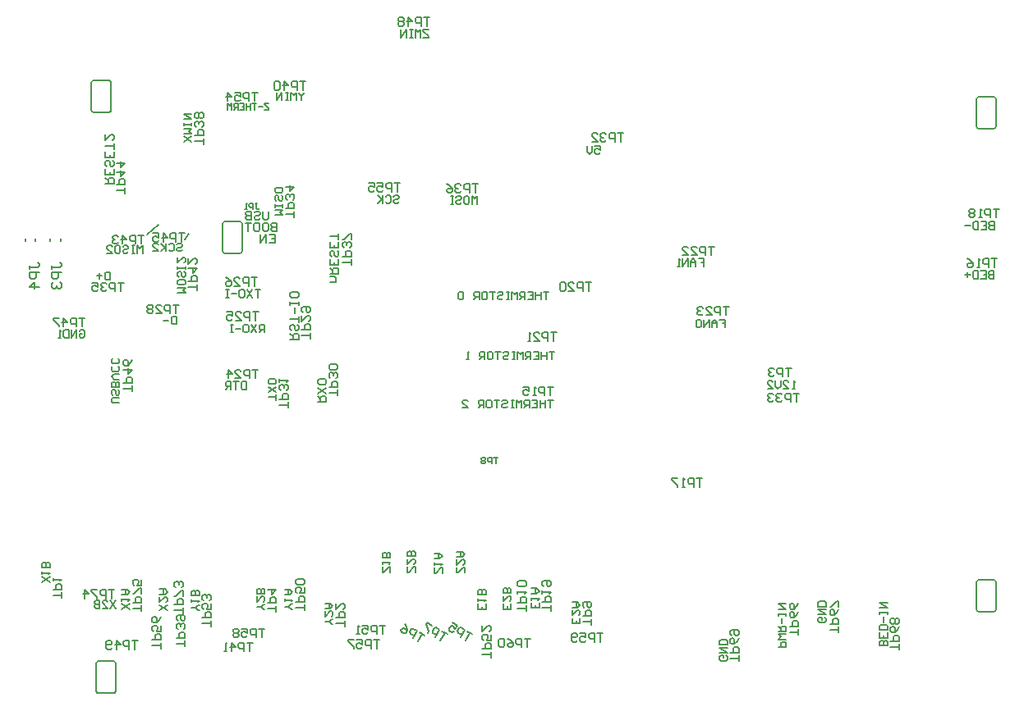
<source format=gbo>
G04 Layer_Color=32896*
%FSLAX25Y25*%
%MOIN*%
G70*
G01*
G75*
%ADD11C,0.00800*%
%ADD75C,0.00600*%
%ADD91C,0.00700*%
%ADD160C,0.00500*%
%ADD166C,0.00787*%
G54D11*
X-35300Y-36900D02*
X-30600Y-32900D01*
X-20100Y-38900D02*
X-18400Y-36600D01*
G54D75*
X308300Y6000D02*
X309007Y6293D01*
X309300Y7000D01*
Y18000D02*
X309007Y18707D01*
X308300Y19000D01*
X302300D02*
X301593Y18707D01*
X301300Y18000D01*
Y7000D02*
X301593Y6293D01*
X302300Y6000D01*
X-49100Y-223500D02*
X-48393Y-223207D01*
X-48100Y-222500D01*
Y-211500D02*
X-48393Y-210793D01*
X-49100Y-210500D01*
X-55100D02*
X-55807Y-210793D01*
X-56100Y-211500D01*
Y-222500D02*
X-55807Y-223207D01*
X-55100Y-223500D01*
X-50900Y12600D02*
X-50193Y12893D01*
X-49900Y13600D01*
Y24600D02*
X-50193Y25307D01*
X-50900Y25600D01*
X-56900D02*
X-57607Y25307D01*
X-57900Y24600D01*
Y13600D02*
X-57607Y12893D01*
X-56900Y12600D01*
X309216Y-178358D02*
X308924Y-177651D01*
X308217Y-177358D01*
Y-190358D02*
X308924Y-190065D01*
X309216Y-189358D01*
X301217D02*
X301509Y-190065D01*
X302217Y-190358D01*
Y-177358D02*
X301509Y-177651D01*
X301217Y-178358D01*
X-4606Y-43784D02*
X-4313Y-44491D01*
X-3606Y-44784D01*
Y-31784D02*
X-4313Y-32077D01*
X-4606Y-32784D01*
X3394D02*
X3101Y-32077D01*
X2394Y-31784D01*
Y-44784D02*
X3101Y-44491D01*
X3394Y-43784D01*
X301300Y7000D02*
Y18000D01*
X302300Y19000D02*
X308300D01*
X302300Y6000D02*
X308300D01*
X309300Y7000D02*
Y18000D01*
X-56100Y-222500D02*
Y-211500D01*
X-55100Y-210500D02*
X-49100D01*
X-55100Y-223500D02*
X-49100D01*
X-48100Y-222500D02*
Y-211500D01*
X-57900Y13600D02*
Y24600D01*
X-56900Y25600D02*
X-50900D01*
X-56900Y12600D02*
X-50900D01*
X-49900Y13600D02*
Y24600D01*
X301217Y-189358D02*
Y-178358D01*
X302217Y-177358D02*
X308217D01*
X302217Y-190358D02*
X308217D01*
X309216Y-189358D02*
Y-178358D01*
X3394Y-43784D02*
Y-32784D01*
X-3606Y-44784D02*
X2394D01*
X-3606Y-31784D02*
X2394D01*
X-4606Y-43784D02*
Y-32784D01*
X229400Y-101601D02*
X227067D01*
X228234D01*
Y-105100D01*
X225901D02*
Y-101601D01*
X224152D01*
X223569Y-102184D01*
Y-103351D01*
X224152Y-103934D01*
X225901D01*
X222402Y-102184D02*
X221819Y-101601D01*
X220653D01*
X220070Y-102184D01*
Y-102767D01*
X220653Y-103351D01*
X221236D01*
X220653D01*
X220070Y-103934D01*
Y-104517D01*
X220653Y-105100D01*
X221819D01*
X222402Y-104517D01*
X218903Y-102184D02*
X218320Y-101601D01*
X217154D01*
X216571Y-102184D01*
Y-102767D01*
X217154Y-103351D01*
X217737D01*
X217154D01*
X216571Y-103934D01*
Y-104517D01*
X217154Y-105100D01*
X218320D01*
X218903Y-104517D01*
X200900Y-66301D02*
X198567D01*
X199734D01*
Y-69800D01*
X197401D02*
Y-66301D01*
X195652D01*
X195069Y-66884D01*
Y-68051D01*
X195652Y-68634D01*
X197401D01*
X191570Y-69800D02*
X193902D01*
X191570Y-67467D01*
Y-66884D01*
X192153Y-66301D01*
X193319D01*
X193902Y-66884D01*
X190403D02*
X189820Y-66301D01*
X188654D01*
X188071Y-66884D01*
Y-67467D01*
X188654Y-68051D01*
X189237D01*
X188654D01*
X188071Y-68634D01*
Y-69217D01*
X188654Y-69800D01*
X189820D01*
X190403Y-69217D01*
X194800Y-41901D02*
X192467D01*
X193634D01*
Y-45400D01*
X191301D02*
Y-41901D01*
X189552D01*
X188969Y-42484D01*
Y-43651D01*
X189552Y-44234D01*
X191301D01*
X185470Y-45400D02*
X187802D01*
X185470Y-43067D01*
Y-42484D01*
X186053Y-41901D01*
X187219D01*
X187802Y-42484D01*
X181971Y-45400D02*
X184303D01*
X181971Y-43067D01*
Y-42484D01*
X182554Y-41901D01*
X183720D01*
X184303Y-42484D01*
X104199Y-208900D02*
Y-206567D01*
Y-207734D01*
X100700D01*
Y-205401D02*
X104199D01*
Y-203652D01*
X103616Y-203069D01*
X102449D01*
X101866Y-203652D01*
Y-205401D01*
X104199Y-199570D02*
Y-201902D01*
X102449D01*
X103033Y-200736D01*
Y-200153D01*
X102449Y-199570D01*
X101283D01*
X100700Y-200153D01*
Y-201319D01*
X101283Y-201902D01*
X100700Y-196071D02*
Y-198403D01*
X103033Y-196071D01*
X103616D01*
X104199Y-196654D01*
Y-197820D01*
X103616Y-198403D01*
X128599Y-189900D02*
Y-187567D01*
Y-188734D01*
X125100D01*
Y-186401D02*
X128599D01*
Y-184652D01*
X128016Y-184069D01*
X126849D01*
X126266Y-184652D01*
Y-186401D01*
X125100Y-182902D02*
Y-181736D01*
Y-182319D01*
X128599D01*
X128016Y-182902D01*
X125683Y-179987D02*
X125100Y-179403D01*
Y-178237D01*
X125683Y-177654D01*
X128016D01*
X128599Y-178237D01*
Y-179403D01*
X128016Y-179987D01*
X127433D01*
X126849Y-179403D01*
Y-177654D01*
X118499Y-190100D02*
Y-187767D01*
Y-188934D01*
X115000D01*
Y-186601D02*
X118499D01*
Y-184852D01*
X117916Y-184269D01*
X116749D01*
X116166Y-184852D01*
Y-186601D01*
X115000Y-183102D02*
Y-181936D01*
Y-182519D01*
X118499D01*
X117916Y-183102D01*
Y-180186D02*
X118499Y-179603D01*
Y-178437D01*
X117916Y-177854D01*
X115583D01*
X115000Y-178437D01*
Y-179603D01*
X115583Y-180186D01*
X117916D01*
X144999Y-195600D02*
Y-193267D01*
Y-194434D01*
X141500D01*
Y-192101D02*
X144999D01*
Y-190352D01*
X144416Y-189769D01*
X143249D01*
X142666Y-190352D01*
Y-192101D01*
X142083Y-188602D02*
X141500Y-188019D01*
Y-186853D01*
X142083Y-186270D01*
X144416D01*
X144999Y-186853D01*
Y-188019D01*
X144416Y-188602D01*
X143833D01*
X143249Y-188019D01*
Y-186270D01*
X61300Y-195901D02*
X58967D01*
X60134D01*
Y-199400D01*
X57801D02*
Y-195901D01*
X56052D01*
X55469Y-196484D01*
Y-197651D01*
X56052Y-198234D01*
X57801D01*
X51970Y-195901D02*
X54302D01*
Y-197651D01*
X53136Y-197067D01*
X52553D01*
X51970Y-197651D01*
Y-198817D01*
X52553Y-199400D01*
X53719D01*
X54302Y-198817D01*
X50803Y-199400D02*
X49637D01*
X50220D01*
Y-195901D01*
X50803Y-196484D01*
X86449Y-199470D02*
X84429Y-198304D01*
X85439Y-198887D01*
X83690Y-201917D01*
X81670Y-200751D02*
X83419Y-197721D01*
X81904Y-196846D01*
X81108Y-197059D01*
X80524Y-198069D01*
X80738Y-198866D01*
X82253Y-199741D01*
X80389Y-195971D02*
X78369Y-194805D01*
X78078Y-195310D01*
X78931Y-198496D01*
X78640Y-199001D01*
X77249Y-199870D02*
X75229Y-198704D01*
X76239Y-199287D01*
X74490Y-202317D01*
X72470Y-201151D02*
X74219Y-198120D01*
X72704Y-197246D01*
X71908Y-197459D01*
X71324Y-198469D01*
X71538Y-199266D01*
X73053Y-200141D01*
X69169Y-195205D02*
X69888Y-196293D01*
X70315Y-197886D01*
X69731Y-198896D01*
X68935Y-199110D01*
X67925Y-198526D01*
X67711Y-197730D01*
X68003Y-197225D01*
X68799Y-197011D01*
X70315Y-197886D01*
X96649Y-199470D02*
X94629Y-198304D01*
X95639Y-198887D01*
X93890Y-201917D01*
X91870Y-200751D02*
X93619Y-197721D01*
X92104Y-196846D01*
X91308Y-197059D01*
X90724Y-198069D01*
X90938Y-198866D01*
X92453Y-199741D01*
X88569Y-194805D02*
X90589Y-195971D01*
X89714Y-197486D01*
X88996Y-196398D01*
X88491Y-196106D01*
X87694Y-196320D01*
X87111Y-197330D01*
X87325Y-198126D01*
X88335Y-198710D01*
X89131Y-198496D01*
X-9401Y-196300D02*
Y-193967D01*
Y-195134D01*
X-12900D01*
Y-192801D02*
X-9401D01*
Y-191052D01*
X-9984Y-190469D01*
X-11151D01*
X-11734Y-191052D01*
Y-192801D01*
X-9401Y-186970D02*
Y-189302D01*
X-11151D01*
X-10567Y-188136D01*
Y-187553D01*
X-11151Y-186970D01*
X-12317D01*
X-12900Y-187553D01*
Y-188719D01*
X-12317Y-189302D01*
X-9984Y-185803D02*
X-9401Y-185220D01*
Y-184054D01*
X-9984Y-183471D01*
X-10567D01*
X-11151Y-184054D01*
Y-184637D01*
Y-184054D01*
X-11734Y-183471D01*
X-12317D01*
X-12900Y-184054D01*
Y-185220D01*
X-12317Y-185803D01*
X28499Y-189800D02*
Y-187467D01*
Y-188634D01*
X25000D01*
Y-186301D02*
X28499D01*
Y-184552D01*
X27916Y-183969D01*
X26749D01*
X26166Y-184552D01*
Y-186301D01*
X28499Y-180470D02*
Y-182802D01*
X26749D01*
X27333Y-181636D01*
Y-181053D01*
X26749Y-180470D01*
X25583D01*
X25000Y-181053D01*
Y-182219D01*
X25583Y-182802D01*
X27916Y-179303D02*
X28499Y-178720D01*
Y-177554D01*
X27916Y-176971D01*
X25583D01*
X25000Y-177554D01*
Y-178720D01*
X25583Y-179303D01*
X27916D01*
X16999Y-190200D02*
Y-187867D01*
Y-189034D01*
X13500D01*
Y-186701D02*
X16999D01*
Y-184952D01*
X16416Y-184369D01*
X15249D01*
X14666Y-184952D01*
Y-186701D01*
X13500Y-181453D02*
X16999D01*
X15249Y-183202D01*
Y-180870D01*
X44799Y-196300D02*
Y-193967D01*
Y-195134D01*
X41300D01*
Y-192801D02*
X44799D01*
Y-191052D01*
X44216Y-190469D01*
X43049D01*
X42466Y-191052D01*
Y-192801D01*
X41300Y-186970D02*
Y-189302D01*
X43633Y-186970D01*
X44216D01*
X44799Y-187553D01*
Y-188719D01*
X44216Y-189302D01*
X-70001Y-184800D02*
Y-182467D01*
Y-183634D01*
X-73500D01*
Y-181301D02*
X-70001D01*
Y-179552D01*
X-70584Y-178969D01*
X-71751D01*
X-72334Y-179552D01*
Y-181301D01*
X-73500Y-177802D02*
Y-176636D01*
Y-177219D01*
X-70001D01*
X-70584Y-177802D01*
X204799Y-210500D02*
Y-208167D01*
Y-209334D01*
X201300D01*
Y-207001D02*
X204799D01*
Y-205252D01*
X204216Y-204669D01*
X203049D01*
X202466Y-205252D01*
Y-207001D01*
X204799Y-201170D02*
X204216Y-202336D01*
X203049Y-203502D01*
X201883D01*
X201300Y-202919D01*
Y-201753D01*
X201883Y-201170D01*
X202466D01*
X203049Y-201753D01*
Y-203502D01*
X201883Y-200003D02*
X201300Y-199420D01*
Y-198254D01*
X201883Y-197671D01*
X204216D01*
X204799Y-198254D01*
Y-199420D01*
X204216Y-200003D01*
X203633D01*
X203049Y-199420D01*
Y-197671D01*
X269899Y-205700D02*
Y-203367D01*
Y-204534D01*
X266400D01*
Y-202201D02*
X269899D01*
Y-200452D01*
X269316Y-199869D01*
X268149D01*
X267566Y-200452D01*
Y-202201D01*
X269899Y-196370D02*
X269316Y-197536D01*
X268149Y-198702D01*
X266983D01*
X266400Y-198119D01*
Y-196953D01*
X266983Y-196370D01*
X267566D01*
X268149Y-196953D01*
Y-198702D01*
X269316Y-195203D02*
X269899Y-194620D01*
Y-193454D01*
X269316Y-192871D01*
X268733D01*
X268149Y-193454D01*
X267566Y-192871D01*
X266983D01*
X266400Y-193454D01*
Y-194620D01*
X266983Y-195203D01*
X267566D01*
X268149Y-194620D01*
X268733Y-195203D01*
X269316D01*
X268149Y-194620D02*
Y-193454D01*
X245299Y-198800D02*
Y-196467D01*
Y-197634D01*
X241800D01*
Y-195301D02*
X245299D01*
Y-193552D01*
X244716Y-192969D01*
X243549D01*
X242966Y-193552D01*
Y-195301D01*
X245299Y-189470D02*
X244716Y-190636D01*
X243549Y-191802D01*
X242383D01*
X241800Y-191219D01*
Y-190053D01*
X242383Y-189470D01*
X242966D01*
X243549Y-190053D01*
Y-191802D01*
X245299Y-188303D02*
Y-185971D01*
X244716D01*
X242383Y-188303D01*
X241800D01*
X228999Y-199700D02*
Y-197367D01*
Y-198534D01*
X225500D01*
Y-196201D02*
X228999D01*
Y-194452D01*
X228416Y-193869D01*
X227249D01*
X226666Y-194452D01*
Y-196201D01*
X228999Y-190370D02*
X228416Y-191536D01*
X227249Y-192702D01*
X226083D01*
X225500Y-192119D01*
Y-190953D01*
X226083Y-190370D01*
X226666D01*
X227249Y-190953D01*
Y-192702D01*
X228999Y-186871D02*
X228416Y-188037D01*
X227249Y-189203D01*
X226083D01*
X225500Y-188620D01*
Y-187454D01*
X226083Y-186871D01*
X226666D01*
X227249Y-187454D01*
Y-189203D01*
X79300Y51299D02*
X76967D01*
X78134D01*
Y47800D01*
X75801D02*
Y51299D01*
X74052D01*
X73469Y50716D01*
Y49549D01*
X74052Y48966D01*
X75801D01*
X70553Y47800D02*
Y51299D01*
X72302Y49549D01*
X69970D01*
X68803Y50716D02*
X68220Y51299D01*
X67054D01*
X66471Y50716D01*
Y50133D01*
X67054Y49549D01*
X66471Y48966D01*
Y48383D01*
X67054Y47800D01*
X68220D01*
X68803Y48383D01*
Y48966D01*
X68220Y49549D01*
X68803Y50133D01*
Y50716D01*
X68220Y49549D02*
X67054D01*
X-60700Y-71001D02*
X-63033D01*
X-61866D01*
Y-74500D01*
X-64199D02*
Y-71001D01*
X-65948D01*
X-66531Y-71584D01*
Y-72751D01*
X-65948Y-73334D01*
X-64199D01*
X-69447Y-74500D02*
Y-71001D01*
X-67698Y-72751D01*
X-70030D01*
X-71197Y-71001D02*
X-73529D01*
Y-71584D01*
X-71197Y-73917D01*
Y-74500D01*
X-41401Y-100700D02*
Y-98367D01*
Y-99534D01*
X-44900D01*
Y-97201D02*
X-41401D01*
Y-95452D01*
X-41984Y-94869D01*
X-43151D01*
X-43734Y-95452D01*
Y-97201D01*
X-44900Y-91953D02*
X-41401D01*
X-43151Y-93702D01*
Y-91370D01*
X-41401Y-87871D02*
X-41984Y-89037D01*
X-43151Y-90203D01*
X-44317D01*
X-44900Y-89620D01*
Y-88454D01*
X-44317Y-87871D01*
X-43734D01*
X-43151Y-88454D01*
Y-90203D01*
X-20100Y-36501D02*
X-22433D01*
X-21266D01*
Y-40000D01*
X-23599D02*
Y-36501D01*
X-25348D01*
X-25932Y-37084D01*
Y-38251D01*
X-25348Y-38834D01*
X-23599D01*
X-28847Y-40000D02*
Y-36501D01*
X-27098Y-38251D01*
X-29430D01*
X-32929Y-36501D02*
X-30597D01*
Y-38251D01*
X-31763Y-37667D01*
X-32346D01*
X-32929Y-38251D01*
Y-39417D01*
X-32346Y-40000D01*
X-31180D01*
X-30597Y-39417D01*
X-44301Y-20300D02*
Y-17967D01*
Y-19134D01*
X-47800D01*
Y-16801D02*
X-44301D01*
Y-15052D01*
X-44884Y-14469D01*
X-46051D01*
X-46634Y-15052D01*
Y-16801D01*
X-47800Y-11553D02*
X-44301D01*
X-46051Y-13302D01*
Y-10970D01*
X-47800Y-8054D02*
X-44301D01*
X-46051Y-9803D01*
Y-7471D01*
X-36600Y-37301D02*
X-38933D01*
X-37766D01*
Y-40800D01*
X-40099D02*
Y-37301D01*
X-41848D01*
X-42432Y-37884D01*
Y-39051D01*
X-41848Y-39634D01*
X-40099D01*
X-45347Y-40800D02*
Y-37301D01*
X-43598Y-39051D01*
X-45930D01*
X-47097Y-37884D02*
X-47680Y-37301D01*
X-48846D01*
X-49429Y-37884D01*
Y-38467D01*
X-48846Y-39051D01*
X-48263D01*
X-48846D01*
X-49429Y-39634D01*
Y-40217D01*
X-48846Y-40800D01*
X-47680D01*
X-47097Y-40217D01*
X-15101Y-59600D02*
Y-57267D01*
Y-58434D01*
X-18600D01*
Y-56101D02*
X-15101D01*
Y-54352D01*
X-15684Y-53769D01*
X-16851D01*
X-17434Y-54352D01*
Y-56101D01*
X-18600Y-50853D02*
X-15101D01*
X-16851Y-52602D01*
Y-50270D01*
X-18600Y-46771D02*
Y-49103D01*
X-16267Y-46771D01*
X-15684D01*
X-15101Y-47354D01*
Y-48520D01*
X-15684Y-49103D01*
X29000Y25299D02*
X26667D01*
X27834D01*
Y21800D01*
X25501D02*
Y25299D01*
X23752D01*
X23168Y24716D01*
Y23549D01*
X23752Y22966D01*
X25501D01*
X20253Y21800D02*
Y25299D01*
X22002Y23549D01*
X19670D01*
X18503Y24716D02*
X17920Y25299D01*
X16754D01*
X16171Y24716D01*
Y22383D01*
X16754Y21800D01*
X17920D01*
X18503Y22383D01*
Y24716D01*
X-12501Y-300D02*
Y2033D01*
Y866D01*
X-16000D01*
Y3199D02*
X-12501D01*
Y4948D01*
X-13084Y5531D01*
X-14251D01*
X-14834Y4948D01*
Y3199D01*
X-13084Y6698D02*
X-12501Y7281D01*
Y8447D01*
X-13084Y9030D01*
X-13667D01*
X-14251Y8447D01*
Y7864D01*
Y8447D01*
X-14834Y9030D01*
X-15417D01*
X-16000Y8447D01*
Y7281D01*
X-15417Y6698D01*
X-13084Y10197D02*
X-12501Y10780D01*
Y11946D01*
X-13084Y12529D01*
X-13667D01*
X-14251Y11946D01*
X-14834Y12529D01*
X-15417D01*
X-16000Y11946D01*
Y10780D01*
X-15417Y10197D01*
X-14834D01*
X-14251Y10780D01*
X-13667Y10197D01*
X-13084D01*
X-14251Y10780D02*
Y11946D01*
X47499Y-49400D02*
Y-47067D01*
Y-48234D01*
X44000D01*
Y-45901D02*
X47499D01*
Y-44152D01*
X46916Y-43569D01*
X45749D01*
X45166Y-44152D01*
Y-45901D01*
X46916Y-42402D02*
X47499Y-41819D01*
Y-40653D01*
X46916Y-40070D01*
X46333D01*
X45749Y-40653D01*
Y-41236D01*
Y-40653D01*
X45166Y-40070D01*
X44583D01*
X44000Y-40653D01*
Y-41819D01*
X44583Y-42402D01*
X47499Y-38903D02*
Y-36571D01*
X46916D01*
X44583Y-38903D01*
X44000D01*
X99100Y-16501D02*
X96767D01*
X97934D01*
Y-20000D01*
X95601D02*
Y-16501D01*
X93852D01*
X93269Y-17084D01*
Y-18251D01*
X93852Y-18834D01*
X95601D01*
X92102Y-17084D02*
X91519Y-16501D01*
X90353D01*
X89770Y-17084D01*
Y-17667D01*
X90353Y-18251D01*
X90936D01*
X90353D01*
X89770Y-18834D01*
Y-19417D01*
X90353Y-20000D01*
X91519D01*
X92102Y-19417D01*
X86271Y-16501D02*
X87437Y-17084D01*
X88603Y-18251D01*
Y-19417D01*
X88020Y-20000D01*
X86854D01*
X86271Y-19417D01*
Y-18834D01*
X86854Y-18251D01*
X88603D01*
X24399Y-29900D02*
Y-27567D01*
Y-28734D01*
X20900D01*
Y-26401D02*
X24399D01*
Y-24652D01*
X23816Y-24069D01*
X22649D01*
X22066Y-24652D01*
Y-26401D01*
X23816Y-22902D02*
X24399Y-22319D01*
Y-21153D01*
X23816Y-20570D01*
X23233D01*
X22649Y-21153D01*
Y-21736D01*
Y-21153D01*
X22066Y-20570D01*
X21483D01*
X20900Y-21153D01*
Y-22319D01*
X21483Y-22902D01*
X20900Y-17654D02*
X24399D01*
X22649Y-19403D01*
Y-17071D01*
X129600Y-98901D02*
X127267D01*
X128434D01*
Y-102400D01*
X126101D02*
Y-98901D01*
X124352D01*
X123769Y-99484D01*
Y-100651D01*
X124352Y-101234D01*
X126101D01*
X122602Y-102400D02*
X121436D01*
X122019D01*
Y-98901D01*
X122602Y-99484D01*
X117354Y-98901D02*
X119686D01*
Y-100651D01*
X118520Y-100067D01*
X117937D01*
X117354Y-100651D01*
Y-101817D01*
X117937Y-102400D01*
X119103D01*
X119686Y-101817D01*
X145000Y-56501D02*
X142667D01*
X143834D01*
Y-60000D01*
X141501D02*
Y-56501D01*
X139752D01*
X139169Y-57084D01*
Y-58251D01*
X139752Y-58834D01*
X141501D01*
X135670Y-60000D02*
X138002D01*
X135670Y-57667D01*
Y-57084D01*
X136253Y-56501D01*
X137419D01*
X138002Y-57084D01*
X134503D02*
X133920Y-56501D01*
X132754D01*
X132171Y-57084D01*
Y-59417D01*
X132754Y-60000D01*
X133920D01*
X134503Y-59417D01*
Y-57084D01*
X130900Y-76701D02*
X128567D01*
X129734D01*
Y-80200D01*
X127401D02*
Y-76701D01*
X125652D01*
X125069Y-77284D01*
Y-78451D01*
X125652Y-79034D01*
X127401D01*
X121570Y-80200D02*
X123902D01*
X121570Y-77867D01*
Y-77284D01*
X122153Y-76701D01*
X123319D01*
X123902Y-77284D01*
X120403Y-80200D02*
X119237D01*
X119820D01*
Y-76701D01*
X120403Y-77284D01*
X226200Y-91201D02*
X223867D01*
X225034D01*
Y-94700D01*
X222701D02*
Y-91201D01*
X220952D01*
X220369Y-91784D01*
Y-92951D01*
X220952Y-93534D01*
X222701D01*
X219202Y-91784D02*
X218619Y-91201D01*
X217453D01*
X216870Y-91784D01*
Y-92367D01*
X217453Y-92951D01*
X218036D01*
X217453D01*
X216870Y-93534D01*
Y-94117D01*
X217453Y-94700D01*
X218619D01*
X219202Y-94117D01*
X309700Y-46801D02*
X307367D01*
X308534D01*
Y-50300D01*
X306201D02*
Y-46801D01*
X304452D01*
X303869Y-47384D01*
Y-48551D01*
X304452Y-49134D01*
X306201D01*
X302702Y-50300D02*
X301536D01*
X302119D01*
Y-46801D01*
X302702Y-47384D01*
X297454Y-46801D02*
X298620Y-47384D01*
X299786Y-48551D01*
Y-49717D01*
X299203Y-50300D01*
X298037D01*
X297454Y-49717D01*
Y-49134D01*
X298037Y-48551D01*
X299786D01*
X190000Y-136101D02*
X187667D01*
X188834D01*
Y-139600D01*
X186501D02*
Y-136101D01*
X184752D01*
X184169Y-136684D01*
Y-137851D01*
X184752Y-138434D01*
X186501D01*
X183002Y-139600D02*
X181836D01*
X182419D01*
Y-136101D01*
X183002Y-136684D01*
X180087Y-136101D02*
X177754D01*
Y-136684D01*
X180087Y-139017D01*
Y-139600D01*
X310500Y-26601D02*
X308167D01*
X309334D01*
Y-30100D01*
X307001D02*
Y-26601D01*
X305252D01*
X304669Y-27184D01*
Y-28351D01*
X305252Y-28934D01*
X307001D01*
X303502Y-30100D02*
X302336D01*
X302919D01*
Y-26601D01*
X303502Y-27184D01*
X300587D02*
X300003Y-26601D01*
X298837D01*
X298254Y-27184D01*
Y-27767D01*
X298837Y-28351D01*
X298254Y-28934D01*
Y-29517D01*
X298837Y-30100D01*
X300003D01*
X300587Y-29517D01*
Y-28934D01*
X300003Y-28351D01*
X300587Y-27767D01*
Y-27184D01*
X300003Y-28351D02*
X298837D01*
X9700Y-92001D02*
X7367D01*
X8534D01*
Y-95500D01*
X6201D02*
Y-92001D01*
X4452D01*
X3869Y-92584D01*
Y-93751D01*
X4452Y-94334D01*
X6201D01*
X370Y-95500D02*
X2702D01*
X370Y-93167D01*
Y-92584D01*
X953Y-92001D01*
X2119D01*
X2702Y-92584D01*
X-2546Y-95500D02*
Y-92001D01*
X-797Y-93751D01*
X-3129D01*
X9800Y-68401D02*
X7467D01*
X8634D01*
Y-71900D01*
X6301D02*
Y-68401D01*
X4552D01*
X3968Y-68984D01*
Y-70151D01*
X4552Y-70734D01*
X6301D01*
X470Y-71900D02*
X2802D01*
X470Y-69567D01*
Y-68984D01*
X1053Y-68401D01*
X2219D01*
X2802Y-68984D01*
X-3029Y-68401D02*
X-697D01*
Y-70151D01*
X-1863Y-69567D01*
X-2446D01*
X-3029Y-70151D01*
Y-71317D01*
X-2446Y-71900D01*
X-1280D01*
X-697Y-71317D01*
X9300Y-54401D02*
X6967D01*
X8134D01*
Y-57900D01*
X5801D02*
Y-54401D01*
X4052D01*
X3469Y-54984D01*
Y-56151D01*
X4052Y-56734D01*
X5801D01*
X-30Y-57900D02*
X2302D01*
X-30Y-55567D01*
Y-54984D01*
X553Y-54401D01*
X1719D01*
X2302Y-54984D01*
X-3529Y-54401D02*
X-2363Y-54984D01*
X-1197Y-56151D01*
Y-57317D01*
X-1780Y-57900D01*
X-2946D01*
X-3529Y-57317D01*
Y-56734D01*
X-2946Y-56151D01*
X-1197D01*
X30899Y-79200D02*
Y-76867D01*
Y-78034D01*
X27400D01*
Y-75701D02*
X30899D01*
Y-73952D01*
X30316Y-73369D01*
X29149D01*
X28566Y-73952D01*
Y-75701D01*
X27400Y-69870D02*
Y-72202D01*
X29733Y-69870D01*
X30316D01*
X30899Y-70453D01*
Y-71619D01*
X30316Y-72202D01*
X27983Y-68703D02*
X27400Y-68120D01*
Y-66954D01*
X27983Y-66371D01*
X30316D01*
X30899Y-66954D01*
Y-68120D01*
X30316Y-68703D01*
X29733D01*
X29149Y-68120D01*
Y-66371D01*
X41999Y-102500D02*
Y-100167D01*
Y-101334D01*
X38500D01*
Y-99001D02*
X41999D01*
Y-97252D01*
X41416Y-96669D01*
X40249D01*
X39666Y-97252D01*
Y-99001D01*
X41416Y-95502D02*
X41999Y-94919D01*
Y-93753D01*
X41416Y-93170D01*
X40833D01*
X40249Y-93753D01*
Y-94336D01*
Y-93753D01*
X39666Y-93170D01*
X39083D01*
X38500Y-93753D01*
Y-94919D01*
X39083Y-95502D01*
X41416Y-92003D02*
X41999Y-91420D01*
Y-90254D01*
X41416Y-89671D01*
X39083D01*
X38500Y-90254D01*
Y-91420D01*
X39083Y-92003D01*
X41416D01*
X21899Y-107400D02*
Y-105067D01*
Y-106234D01*
X18400D01*
Y-103901D02*
X21899D01*
Y-102152D01*
X21316Y-101569D01*
X20149D01*
X19566Y-102152D01*
Y-103901D01*
X21316Y-100402D02*
X21899Y-99819D01*
Y-98653D01*
X21316Y-98070D01*
X20733D01*
X20149Y-98653D01*
Y-99236D01*
Y-98653D01*
X19566Y-98070D01*
X18983D01*
X18400Y-98653D01*
Y-99819D01*
X18983Y-100402D01*
X18400Y-96903D02*
Y-95737D01*
Y-96320D01*
X21899D01*
X21316Y-96903D01*
X158000Y4199D02*
X155667D01*
X156834D01*
Y700D01*
X154501D02*
Y4199D01*
X152752D01*
X152169Y3616D01*
Y2449D01*
X152752Y1866D01*
X154501D01*
X151002Y3616D02*
X150419Y4199D01*
X149253D01*
X148670Y3616D01*
Y3033D01*
X149253Y2449D01*
X149836D01*
X149253D01*
X148670Y1866D01*
Y1283D01*
X149253Y700D01*
X150419D01*
X151002Y1283D01*
X145171Y700D02*
X147503D01*
X145171Y3033D01*
Y3616D01*
X145754Y4199D01*
X146920D01*
X147503Y3616D01*
X-37726Y-190025D02*
Y-187693D01*
Y-188859D01*
X-41225D01*
Y-186526D02*
X-37726D01*
Y-184777D01*
X-38309Y-184194D01*
X-39476D01*
X-40059Y-184777D01*
Y-186526D01*
X-37726Y-183028D02*
Y-180695D01*
X-38309D01*
X-40642Y-183028D01*
X-41225D01*
X-37726Y-177196D02*
Y-179529D01*
X-39476D01*
X-38893Y-178362D01*
Y-177779D01*
X-39476Y-177196D01*
X-40642D01*
X-41225Y-177779D01*
Y-178946D01*
X-40642Y-179529D01*
X-48600Y-181401D02*
X-50933D01*
X-49766D01*
Y-184900D01*
X-52099D02*
Y-181401D01*
X-53848D01*
X-54431Y-181984D01*
Y-183151D01*
X-53848Y-183734D01*
X-52099D01*
X-55598Y-181401D02*
X-57930D01*
Y-181984D01*
X-55598Y-184317D01*
Y-184900D01*
X-60846D02*
Y-181401D01*
X-59097Y-183151D01*
X-61429D01*
X-20801Y-191000D02*
Y-188667D01*
Y-189834D01*
X-24300D01*
Y-187501D02*
X-20801D01*
Y-185752D01*
X-21384Y-185169D01*
X-22551D01*
X-23134Y-185752D01*
Y-187501D01*
X-20801Y-184002D02*
Y-181670D01*
X-21384D01*
X-23717Y-184002D01*
X-24300D01*
X-21384Y-180503D02*
X-20801Y-179920D01*
Y-178754D01*
X-21384Y-178171D01*
X-21967D01*
X-22551Y-178754D01*
Y-179337D01*
Y-178754D01*
X-23134Y-178171D01*
X-23717D01*
X-24300Y-178754D01*
Y-179920D01*
X-23717Y-180503D01*
X-22400Y-65601D02*
X-24733D01*
X-23566D01*
Y-69100D01*
X-25899D02*
Y-65601D01*
X-27648D01*
X-28231Y-66184D01*
Y-67351D01*
X-27648Y-67934D01*
X-25899D01*
X-31730Y-69100D02*
X-29398D01*
X-31730Y-66767D01*
Y-66184D01*
X-31147Y-65601D01*
X-29981D01*
X-29398Y-66184D01*
X-32897D02*
X-33480Y-65601D01*
X-34646D01*
X-35229Y-66184D01*
Y-66767D01*
X-34646Y-67351D01*
X-35229Y-67934D01*
Y-68517D01*
X-34646Y-69100D01*
X-33480D01*
X-32897Y-68517D01*
Y-67934D01*
X-33480Y-67351D01*
X-32897Y-66767D01*
Y-66184D01*
X-33480Y-67351D02*
X-34646D01*
X-44800Y-56601D02*
X-47133D01*
X-45966D01*
Y-60100D01*
X-48299D02*
Y-56601D01*
X-50048D01*
X-50631Y-57184D01*
Y-58351D01*
X-50048Y-58934D01*
X-48299D01*
X-51798Y-57184D02*
X-52381Y-56601D01*
X-53547D01*
X-54130Y-57184D01*
Y-57767D01*
X-53547Y-58351D01*
X-52964D01*
X-53547D01*
X-54130Y-58934D01*
Y-59517D01*
X-53547Y-60100D01*
X-52381D01*
X-51798Y-59517D01*
X-57629Y-56601D02*
X-55297D01*
Y-58351D01*
X-56463Y-57767D01*
X-57046D01*
X-57629Y-58351D01*
Y-59517D01*
X-57046Y-60100D01*
X-55880D01*
X-55297Y-59517D01*
X9500Y20699D02*
X7167D01*
X8334D01*
Y17200D01*
X6001D02*
Y20699D01*
X4252D01*
X3669Y20116D01*
Y18949D01*
X4252Y18366D01*
X6001D01*
X170Y20699D02*
X2502D01*
Y18949D01*
X1336Y19533D01*
X753D01*
X170Y18949D01*
Y17783D01*
X753Y17200D01*
X1919D01*
X2502Y17783D01*
X-2746Y17200D02*
Y20699D01*
X-997Y18949D01*
X-3329D01*
X67400Y-16101D02*
X65067D01*
X66234D01*
Y-19600D01*
X63901D02*
Y-16101D01*
X62152D01*
X61569Y-16684D01*
Y-17851D01*
X62152Y-18434D01*
X63901D01*
X58070Y-16101D02*
X60402D01*
Y-17851D01*
X59236Y-17267D01*
X58653D01*
X58070Y-17851D01*
Y-19017D01*
X58653Y-19600D01*
X59819D01*
X60402Y-19017D01*
X54571Y-16101D02*
X56903D01*
Y-17851D01*
X55737Y-17267D01*
X55154D01*
X54571Y-17851D01*
Y-19017D01*
X55154Y-19600D01*
X56320D01*
X56903Y-19017D01*
X-19901Y-204500D02*
Y-202167D01*
Y-203334D01*
X-23400D01*
Y-201001D02*
X-19901D01*
Y-199252D01*
X-20484Y-198669D01*
X-21651D01*
X-22234Y-199252D01*
Y-201001D01*
X-20484Y-197502D02*
X-19901Y-196919D01*
Y-195753D01*
X-20484Y-195170D01*
X-21067D01*
X-21651Y-195753D01*
Y-196336D01*
Y-195753D01*
X-22234Y-195170D01*
X-22817D01*
X-23400Y-195753D01*
Y-196919D01*
X-22817Y-197502D01*
Y-194003D02*
X-23400Y-193420D01*
Y-192254D01*
X-22817Y-191671D01*
X-20484D01*
X-19901Y-192254D01*
Y-193420D01*
X-20484Y-194003D01*
X-21067D01*
X-21651Y-193420D01*
Y-191671D01*
X7600Y-202901D02*
X5267D01*
X6434D01*
Y-206400D01*
X4101D02*
Y-202901D01*
X2352D01*
X1769Y-203484D01*
Y-204651D01*
X2352Y-205234D01*
X4101D01*
X-1147Y-206400D02*
Y-202901D01*
X602Y-204651D01*
X-1730D01*
X-2897Y-206400D02*
X-4063D01*
X-3480D01*
Y-202901D01*
X-2897Y-203484D01*
X-39100Y-202101D02*
X-41433D01*
X-40266D01*
Y-205600D01*
X-42599D02*
Y-202101D01*
X-44348D01*
X-44932Y-202684D01*
Y-203851D01*
X-44348Y-204434D01*
X-42599D01*
X-47847Y-205600D02*
Y-202101D01*
X-46098Y-203851D01*
X-48430D01*
X-49597Y-205017D02*
X-50180Y-205600D01*
X-51346D01*
X-51929Y-205017D01*
Y-202684D01*
X-51346Y-202101D01*
X-50180D01*
X-49597Y-202684D01*
Y-203267D01*
X-50180Y-203851D01*
X-51929D01*
X-29801Y-205300D02*
Y-202967D01*
Y-204134D01*
X-33300D01*
Y-201801D02*
X-29801D01*
Y-200052D01*
X-30384Y-199469D01*
X-31551D01*
X-32134Y-200052D01*
Y-201801D01*
X-29801Y-195970D02*
Y-198302D01*
X-31551D01*
X-30967Y-197136D01*
Y-196553D01*
X-31551Y-195970D01*
X-32717D01*
X-33300Y-196553D01*
Y-197719D01*
X-32717Y-198302D01*
X-29801Y-192471D02*
X-30384Y-193637D01*
X-31551Y-194803D01*
X-32717D01*
X-33300Y-194220D01*
Y-193054D01*
X-32717Y-192471D01*
X-32134D01*
X-31551Y-193054D01*
Y-194803D01*
X59000Y-201801D02*
X56667D01*
X57834D01*
Y-205300D01*
X55501D02*
Y-201801D01*
X53752D01*
X53169Y-202384D01*
Y-203551D01*
X53752Y-204134D01*
X55501D01*
X49670Y-201801D02*
X52002D01*
Y-203551D01*
X50836Y-202967D01*
X50253D01*
X49670Y-203551D01*
Y-204717D01*
X50253Y-205300D01*
X51419D01*
X52002Y-204717D01*
X48503Y-201801D02*
X46171D01*
Y-202384D01*
X48503Y-204717D01*
Y-205300D01*
X12300Y-197201D02*
X9967D01*
X11134D01*
Y-200700D01*
X8801D02*
Y-197201D01*
X7052D01*
X6469Y-197784D01*
Y-198951D01*
X7052Y-199534D01*
X8801D01*
X2970Y-197201D02*
X5302D01*
Y-198951D01*
X4136Y-198367D01*
X3553D01*
X2970Y-198951D01*
Y-200117D01*
X3553Y-200700D01*
X4719D01*
X5302Y-200117D01*
X1803Y-197784D02*
X1220Y-197201D01*
X54D01*
X-529Y-197784D01*
Y-198367D01*
X54Y-198951D01*
X-529Y-199534D01*
Y-200117D01*
X54Y-200700D01*
X1220D01*
X1803Y-200117D01*
Y-199534D01*
X1220Y-198951D01*
X1803Y-198367D01*
Y-197784D01*
X1220Y-198951D02*
X54D01*
X149700Y-199101D02*
X147367D01*
X148534D01*
Y-202600D01*
X146201D02*
Y-199101D01*
X144452D01*
X143869Y-199684D01*
Y-200851D01*
X144452Y-201434D01*
X146201D01*
X140370Y-199101D02*
X142702D01*
Y-200851D01*
X141536Y-200267D01*
X140953D01*
X140370Y-200851D01*
Y-202017D01*
X140953Y-202600D01*
X142119D01*
X142702Y-202017D01*
X139203D02*
X138620Y-202600D01*
X137454D01*
X136871Y-202017D01*
Y-199684D01*
X137454Y-199101D01*
X138620D01*
X139203Y-199684D01*
Y-200267D01*
X138620Y-200851D01*
X136871D01*
X120200Y-201201D02*
X117867D01*
X119034D01*
Y-204700D01*
X116701D02*
Y-201201D01*
X114952D01*
X114369Y-201784D01*
Y-202951D01*
X114952Y-203534D01*
X116701D01*
X110870Y-201201D02*
X112036Y-201784D01*
X113202Y-202951D01*
Y-204117D01*
X112619Y-204700D01*
X111453D01*
X110870Y-204117D01*
Y-203534D01*
X111453Y-202951D01*
X113202D01*
X109703Y-201784D02*
X109120Y-201201D01*
X107954D01*
X107371Y-201784D01*
Y-204117D01*
X107954Y-204700D01*
X109120D01*
X109703Y-204117D01*
Y-201784D01*
X38900Y-56400D02*
X41233D01*
Y-54651D01*
X40649Y-54067D01*
X38900D01*
Y-52901D02*
X42399D01*
Y-51152D01*
X41816Y-50568D01*
X40649D01*
X40066Y-51152D01*
Y-52901D01*
Y-51735D02*
X38900Y-50568D01*
X42399Y-47070D02*
Y-49402D01*
X38900D01*
Y-47070D01*
X40649Y-49402D02*
Y-48236D01*
X41816Y-43571D02*
X42399Y-44154D01*
Y-45320D01*
X41816Y-45903D01*
X41233D01*
X40649Y-45320D01*
Y-44154D01*
X40066Y-43571D01*
X39483D01*
X38900Y-44154D01*
Y-45320D01*
X39483Y-45903D01*
X42399Y-40072D02*
Y-42404D01*
X38900D01*
Y-40072D01*
X40649Y-42404D02*
Y-41238D01*
X42399Y-38906D02*
Y-36573D01*
Y-37739D01*
X38900D01*
X-52300Y-16200D02*
X-48801D01*
Y-14451D01*
X-49384Y-13867D01*
X-50551D01*
X-51134Y-14451D01*
Y-16200D01*
Y-15034D02*
X-52300Y-13867D01*
X-48801Y-10369D02*
Y-12701D01*
X-52300D01*
Y-10369D01*
X-50551Y-12701D02*
Y-11535D01*
X-49384Y-6870D02*
X-48801Y-7453D01*
Y-8619D01*
X-49384Y-9202D01*
X-49967D01*
X-50551Y-8619D01*
Y-7453D01*
X-51134Y-6870D01*
X-51717D01*
X-52300Y-7453D01*
Y-8619D01*
X-51717Y-9202D01*
X-48801Y-3371D02*
Y-5703D01*
X-52300D01*
Y-3371D01*
X-50551Y-5703D02*
Y-4537D01*
X-48801Y-2204D02*
Y128D01*
Y-1038D01*
X-52300D01*
Y3627D02*
Y1294D01*
X-49967Y3627D01*
X-49384D01*
X-48801Y3044D01*
Y1877D01*
X-49384Y1294D01*
X14167Y-37001D02*
X16500D01*
Y-40500D01*
X14167D01*
X16500Y-38751D02*
X15334D01*
X13001Y-40500D02*
Y-37001D01*
X10669Y-40500D01*
Y-37001D01*
X17400Y-32201D02*
Y-35700D01*
X15651D01*
X15067Y-35117D01*
Y-34534D01*
X15651Y-33951D01*
X17400D01*
X15651D01*
X15067Y-33367D01*
Y-32784D01*
X15651Y-32201D01*
X17400D01*
X12152D02*
X13318D01*
X13901Y-32784D01*
Y-35117D01*
X13318Y-35700D01*
X12152D01*
X11569Y-35117D01*
Y-32784D01*
X12152Y-32201D01*
X8653D02*
X9819D01*
X10402Y-32784D01*
Y-35117D01*
X9819Y-35700D01*
X8653D01*
X8070Y-35117D01*
Y-32784D01*
X8653Y-32201D01*
X6903D02*
X4571D01*
X5737D01*
Y-35700D01*
X14000Y-27601D02*
Y-30517D01*
X13417Y-31100D01*
X12251D01*
X11667Y-30517D01*
Y-27601D01*
X8169Y-28184D02*
X8752Y-27601D01*
X9918D01*
X10501Y-28184D01*
Y-28767D01*
X9918Y-29351D01*
X8752D01*
X8169Y-29934D01*
Y-30517D01*
X8752Y-31100D01*
X9918D01*
X10501Y-30517D01*
X7002Y-27601D02*
Y-31100D01*
X5253D01*
X4670Y-30517D01*
Y-29934D01*
X5253Y-29351D01*
X7002D01*
X5253D01*
X4670Y-28767D01*
Y-28184D01*
X5253Y-27601D01*
X7002D01*
X12300Y-76800D02*
Y-73601D01*
X10701D01*
X10167Y-74134D01*
Y-75200D01*
X10701Y-75734D01*
X12300D01*
X11234D02*
X10167Y-76800D01*
X9101Y-73601D02*
X6968Y-76800D01*
Y-73601D02*
X9101Y-76800D01*
X5902Y-74134D02*
X5369Y-73601D01*
X4303D01*
X3769Y-74134D01*
Y-76267D01*
X4303Y-76800D01*
X5369D01*
X5902Y-76267D01*
Y-74134D01*
X2703Y-75200D02*
X570D01*
X-496Y-73601D02*
X-1562D01*
X-1029D01*
Y-76800D01*
X-496D01*
X-1562D01*
X22700Y-79600D02*
X26199D01*
Y-77851D01*
X25616Y-77267D01*
X24449D01*
X23866Y-77851D01*
Y-79600D01*
Y-78434D02*
X22700Y-77267D01*
X25616Y-73769D02*
X26199Y-74352D01*
Y-75518D01*
X25616Y-76101D01*
X25033D01*
X24449Y-75518D01*
Y-74352D01*
X23866Y-73769D01*
X23283D01*
X22700Y-74352D01*
Y-75518D01*
X23283Y-76101D01*
X26199Y-72602D02*
Y-70270D01*
Y-71436D01*
X22700D01*
X24449Y-69103D02*
Y-66771D01*
X26199Y-65605D02*
Y-64438D01*
Y-65021D01*
X22700D01*
Y-65605D01*
Y-64438D01*
X26199Y-60939D02*
Y-62106D01*
X25616Y-62689D01*
X23283D01*
X22700Y-62106D01*
Y-60939D01*
X23283Y-60356D01*
X25616D01*
X26199Y-60939D01*
X33900Y-105100D02*
X37399D01*
Y-103351D01*
X36816Y-102767D01*
X35649D01*
X35066Y-103351D01*
Y-105100D01*
Y-103934D02*
X33900Y-102767D01*
X37399Y-101601D02*
X33900Y-99269D01*
X37399D02*
X33900Y-101601D01*
X36816Y-98102D02*
X37399Y-97519D01*
Y-96353D01*
X36816Y-95770D01*
X34483D01*
X33900Y-96353D01*
Y-97519D01*
X34483Y-98102D01*
X36816D01*
X-48200Y-185701D02*
X-50333Y-188900D01*
Y-185701D02*
X-48200Y-188900D01*
X-53532D02*
X-51399D01*
X-53532Y-186767D01*
Y-186234D01*
X-52999Y-185701D01*
X-51932D01*
X-51399Y-186234D01*
X-54598Y-185701D02*
Y-188900D01*
X-56197D01*
X-56731Y-188367D01*
Y-187834D01*
X-56197Y-187301D01*
X-54598D01*
X-56197D01*
X-56731Y-186767D01*
Y-186234D01*
X-56197Y-185701D01*
X-54598D01*
X-14201Y-189700D02*
X-14734D01*
X-15800Y-188634D01*
X-14734Y-187567D01*
X-14201D01*
X-15800Y-188634D02*
X-17400D01*
Y-186501D02*
Y-185435D01*
Y-185968D01*
X-14201D01*
X-14734Y-186501D01*
X-14201Y-183835D02*
X-17400D01*
Y-182236D01*
X-16867Y-181703D01*
X-16334D01*
X-15800Y-182236D01*
Y-183835D01*
Y-182236D01*
X-15267Y-181703D01*
X-14734D01*
X-14201Y-182236D01*
Y-183835D01*
X23699Y-189300D02*
X23166D01*
X22099Y-188234D01*
X23166Y-187167D01*
X23699D01*
X22099Y-188234D02*
X20500D01*
Y-186101D02*
Y-185035D01*
Y-185568D01*
X23699D01*
X23166Y-186101D01*
X20500Y-183435D02*
X22633D01*
X23699Y-182369D01*
X22633Y-181303D01*
X20500D01*
X22099D01*
Y-183435D01*
X40099Y-195500D02*
X39566D01*
X38500Y-194434D01*
X39566Y-193367D01*
X40099D01*
X38500Y-194434D02*
X36900D01*
Y-190168D02*
Y-192301D01*
X39033Y-190168D01*
X39566D01*
X40099Y-190701D01*
Y-191768D01*
X39566Y-192301D01*
X36900Y-189102D02*
X39033D01*
X40099Y-188036D01*
X39033Y-186969D01*
X36900D01*
X38500D01*
Y-189102D01*
X12399Y-189400D02*
X11866D01*
X10800Y-188334D01*
X11866Y-187267D01*
X12399D01*
X10800Y-188334D02*
X9200D01*
Y-184068D02*
Y-186201D01*
X11333Y-184068D01*
X11866D01*
X12399Y-184601D01*
Y-185668D01*
X11866Y-186201D01*
X12399Y-183002D02*
X9200D01*
Y-181403D01*
X9733Y-180869D01*
X10266D01*
X10800Y-181403D01*
Y-183002D01*
Y-181403D01*
X11333Y-180869D01*
X11866D01*
X12399Y-181403D01*
Y-183002D01*
X63374Y-174225D02*
Y-172093D01*
X62841D01*
X60708Y-174225D01*
X60175D01*
Y-172093D01*
Y-171026D02*
Y-169960D01*
Y-170493D01*
X63374D01*
X62841Y-171026D01*
X63374Y-168360D02*
X60175D01*
Y-166761D01*
X60708Y-166228D01*
X61241D01*
X61774Y-166761D01*
Y-168360D01*
Y-166761D01*
X62307Y-166228D01*
X62841D01*
X63374Y-166761D01*
Y-168360D01*
X84499Y-174600D02*
Y-172467D01*
X83966D01*
X81833Y-174600D01*
X81300D01*
Y-172467D01*
Y-171401D02*
Y-170335D01*
Y-170868D01*
X84499D01*
X83966Y-171401D01*
X81300Y-168735D02*
X83433D01*
X84499Y-167669D01*
X83433Y-166603D01*
X81300D01*
X82899D01*
Y-168735D01*
X93574Y-174425D02*
Y-172293D01*
X93041D01*
X90908Y-174425D01*
X90375D01*
Y-172293D01*
Y-169094D02*
Y-171226D01*
X92507Y-169094D01*
X93041D01*
X93574Y-169627D01*
Y-170693D01*
X93041Y-171226D01*
X90375Y-168027D02*
X92507D01*
X93574Y-166961D01*
X92507Y-165895D01*
X90375D01*
X91974D01*
Y-168027D01*
X73474Y-174225D02*
Y-172093D01*
X72941D01*
X70808Y-174225D01*
X70275D01*
Y-172093D01*
Y-168894D02*
Y-171026D01*
X72407Y-168894D01*
X72941D01*
X73474Y-169427D01*
Y-170493D01*
X72941Y-171026D01*
X73474Y-167827D02*
X70275D01*
Y-166228D01*
X70808Y-165695D01*
X71341D01*
X71874Y-166228D01*
Y-167827D01*
Y-166228D01*
X72407Y-165695D01*
X72941D01*
X73474Y-166228D01*
Y-167827D01*
X112399Y-187067D02*
Y-189200D01*
X109200D01*
Y-187067D01*
X110800Y-189200D02*
Y-188134D01*
X109200Y-183868D02*
Y-186001D01*
X111333Y-183868D01*
X111866D01*
X112399Y-184402D01*
Y-185468D01*
X111866Y-186001D01*
X112399Y-182802D02*
X109200D01*
Y-181203D01*
X109733Y-180669D01*
X110266D01*
X110800Y-181203D01*
Y-182802D01*
Y-181203D01*
X111333Y-180669D01*
X111866D01*
X112399Y-181203D01*
Y-182802D01*
X140374Y-192893D02*
Y-195025D01*
X137175D01*
Y-192893D01*
X138774Y-195025D02*
Y-193959D01*
X137175Y-189694D02*
Y-191826D01*
X139307Y-189694D01*
X139841D01*
X140374Y-190227D01*
Y-191293D01*
X139841Y-191826D01*
X137175Y-188627D02*
X139307D01*
X140374Y-187561D01*
X139307Y-186495D01*
X137175D01*
X138774D01*
Y-188627D01*
X123799Y-186667D02*
Y-188800D01*
X120600D01*
Y-186667D01*
X122199Y-188800D02*
Y-187734D01*
X120600Y-185601D02*
Y-184535D01*
Y-185068D01*
X123799D01*
X123266Y-185601D01*
X120600Y-182935D02*
X122733D01*
X123799Y-181869D01*
X122733Y-180803D01*
X120600D01*
X122199D01*
Y-182935D01*
X102299Y-187167D02*
Y-189300D01*
X99100D01*
Y-187167D01*
X100699Y-189300D02*
Y-188234D01*
X99100Y-186101D02*
Y-185035D01*
Y-185568D01*
X102299D01*
X101766Y-186101D01*
X102299Y-183435D02*
X99100D01*
Y-181836D01*
X99633Y-181303D01*
X100166D01*
X100699Y-181836D01*
Y-183435D01*
Y-181836D01*
X101233Y-181303D01*
X101766D01*
X102299Y-181836D01*
Y-183435D01*
X199641Y-208093D02*
X200174Y-208626D01*
Y-209692D01*
X199641Y-210225D01*
X197508D01*
X196975Y-209692D01*
Y-208626D01*
X197508Y-208093D01*
X198574D01*
Y-209159D01*
X196975Y-207026D02*
X200174D01*
X196975Y-204894D01*
X200174D01*
Y-203827D02*
X196975D01*
Y-202228D01*
X197508Y-201695D01*
X199641D01*
X200174Y-202228D01*
Y-203827D01*
X220775Y-204725D02*
X223974D01*
Y-203126D01*
X223441Y-202593D01*
X222374D01*
X221841Y-203126D01*
Y-204725D01*
X223974Y-201526D02*
X220775D01*
X221841Y-200460D01*
X220775Y-199394D01*
X223974D01*
X220775Y-198327D02*
X223974D01*
Y-196728D01*
X223441Y-196195D01*
X222374D01*
X221841Y-196728D01*
Y-198327D01*
Y-197261D02*
X220775Y-196195D01*
X222374Y-195128D02*
Y-192996D01*
X223974Y-191929D02*
Y-190863D01*
Y-191396D01*
X220775D01*
Y-191929D01*
Y-190863D01*
Y-189263D02*
X223974D01*
X220775Y-187131D01*
X223974D01*
X239766Y-192567D02*
X240299Y-193101D01*
Y-194167D01*
X239766Y-194700D01*
X237633D01*
X237100Y-194167D01*
Y-193101D01*
X237633Y-192567D01*
X238700D01*
Y-193634D01*
X237100Y-191501D02*
X240299D01*
X237100Y-189368D01*
X240299D01*
Y-188302D02*
X237100D01*
Y-186703D01*
X237633Y-186169D01*
X239766D01*
X240299Y-186703D01*
Y-188302D01*
X265274Y-204125D02*
X262075D01*
Y-202526D01*
X262608Y-201993D01*
X263141D01*
X263674Y-202526D01*
Y-204125D01*
Y-202526D01*
X264207Y-201993D01*
X264741D01*
X265274Y-202526D01*
Y-204125D01*
Y-198794D02*
Y-200926D01*
X262075D01*
Y-198794D01*
X263674Y-200926D02*
Y-199860D01*
X265274Y-197727D02*
X262075D01*
Y-196128D01*
X262608Y-195595D01*
X264741D01*
X265274Y-196128D01*
Y-197727D01*
X263674Y-194528D02*
Y-192396D01*
X265274Y-191329D02*
Y-190263D01*
Y-190796D01*
X262075D01*
Y-191329D01*
Y-190263D01*
Y-188663D02*
X265274D01*
X262075Y-186531D01*
X265274D01*
X227700Y-99700D02*
X226634D01*
X227167D01*
Y-96501D01*
X227700Y-97034D01*
X222902Y-99700D02*
X225034D01*
X222902Y-97567D01*
Y-97034D01*
X223435Y-96501D01*
X224501D01*
X225034Y-97034D01*
X221835Y-96501D02*
Y-98634D01*
X220769Y-99700D01*
X219703Y-98634D01*
Y-96501D01*
X216504Y-99700D02*
X218636D01*
X216504Y-97567D01*
Y-97034D01*
X217037Y-96501D01*
X218103D01*
X218636Y-97034D01*
X197042Y-71526D02*
X199175D01*
Y-73126D01*
X198108D01*
X199175D01*
Y-74725D01*
X195976D02*
Y-72593D01*
X194910Y-71526D01*
X193843Y-72593D01*
Y-74725D01*
Y-73126D01*
X195976D01*
X192777Y-74725D02*
Y-71526D01*
X190644Y-74725D01*
Y-71526D01*
X189578Y-72059D02*
X189045Y-71526D01*
X187978D01*
X187445Y-72059D01*
Y-74192D01*
X187978Y-74725D01*
X189045D01*
X189578Y-74192D01*
Y-72059D01*
X188467Y-46801D02*
X190600D01*
Y-48401D01*
X189534D01*
X190600D01*
Y-50000D01*
X187401D02*
Y-47867D01*
X186335Y-46801D01*
X185268Y-47867D01*
Y-50000D01*
Y-48401D01*
X187401D01*
X184202Y-50000D02*
Y-46801D01*
X182069Y-50000D01*
Y-46801D01*
X181003Y-50000D02*
X179937D01*
X180470D01*
Y-46801D01*
X181003Y-47334D01*
X127700Y-60201D02*
X125567D01*
X126634D01*
Y-63400D01*
X124501Y-60201D02*
Y-63400D01*
Y-61800D01*
X122368D01*
Y-60201D01*
Y-63400D01*
X119169Y-60201D02*
X121302D01*
Y-63400D01*
X119169D01*
X121302Y-61800D02*
X120236D01*
X118103Y-63400D02*
Y-60201D01*
X116504D01*
X115971Y-60734D01*
Y-61800D01*
X116504Y-62334D01*
X118103D01*
X117037D02*
X115971Y-63400D01*
X114904D02*
Y-60201D01*
X113838Y-61267D01*
X112771Y-60201D01*
Y-63400D01*
X111705Y-60201D02*
X110639D01*
X111172D01*
Y-63400D01*
X111705D01*
X110639D01*
X106907Y-60734D02*
X107440Y-60201D01*
X108506D01*
X109039Y-60734D01*
Y-61267D01*
X108506Y-61800D01*
X107440D01*
X106907Y-62334D01*
Y-62867D01*
X107440Y-63400D01*
X108506D01*
X109039Y-62867D01*
X105840Y-60201D02*
X103708D01*
X104774D01*
Y-63400D01*
X101042Y-60201D02*
X102108D01*
X102641Y-60734D01*
Y-62867D01*
X102108Y-63400D01*
X101042D01*
X100509Y-62867D01*
Y-60734D01*
X101042Y-60201D01*
X99442Y-63400D02*
Y-60201D01*
X97843D01*
X97310Y-60734D01*
Y-61800D01*
X97843Y-62334D01*
X99442D01*
X98376D02*
X97310Y-63400D01*
X93045Y-60734D02*
X92511Y-60201D01*
X91445D01*
X90912Y-60734D01*
Y-62867D01*
X91445Y-63400D01*
X92511D01*
X93045Y-62867D01*
Y-60734D01*
X130000Y-84601D02*
X127867D01*
X128934D01*
Y-87800D01*
X126801Y-84601D02*
Y-87800D01*
Y-86200D01*
X124668D01*
Y-84601D01*
Y-87800D01*
X121469Y-84601D02*
X123602D01*
Y-87800D01*
X121469D01*
X123602Y-86200D02*
X122536D01*
X120403Y-87800D02*
Y-84601D01*
X118804D01*
X118271Y-85134D01*
Y-86200D01*
X118804Y-86734D01*
X120403D01*
X119337D02*
X118271Y-87800D01*
X117204D02*
Y-84601D01*
X116138Y-85667D01*
X115071Y-84601D01*
Y-87800D01*
X114005Y-84601D02*
X112939D01*
X113472D01*
Y-87800D01*
X114005D01*
X112939D01*
X109207Y-85134D02*
X109740Y-84601D01*
X110806D01*
X111339Y-85134D01*
Y-85667D01*
X110806Y-86200D01*
X109740D01*
X109207Y-86734D01*
Y-87267D01*
X109740Y-87800D01*
X110806D01*
X111339Y-87267D01*
X108140Y-84601D02*
X106008D01*
X107074D01*
Y-87800D01*
X103342Y-84601D02*
X104408D01*
X104941Y-85134D01*
Y-87267D01*
X104408Y-87800D01*
X103342D01*
X102809Y-87267D01*
Y-85134D01*
X103342Y-84601D01*
X101742Y-87800D02*
Y-84601D01*
X100143D01*
X99610Y-85134D01*
Y-86200D01*
X100143Y-86734D01*
X101742D01*
X100676D02*
X99610Y-87800D01*
X95345D02*
X94278D01*
X94811D01*
Y-84601D01*
X95345Y-85134D01*
X129500Y-104201D02*
X127367D01*
X128434D01*
Y-107400D01*
X126301Y-104201D02*
Y-107400D01*
Y-105800D01*
X124168D01*
Y-104201D01*
Y-107400D01*
X120969Y-104201D02*
X123102D01*
Y-107400D01*
X120969D01*
X123102Y-105800D02*
X122036D01*
X119903Y-107400D02*
Y-104201D01*
X118304D01*
X117771Y-104734D01*
Y-105800D01*
X118304Y-106334D01*
X119903D01*
X118837D02*
X117771Y-107400D01*
X116704D02*
Y-104201D01*
X115638Y-105267D01*
X114571Y-104201D01*
Y-107400D01*
X113505Y-104201D02*
X112439D01*
X112972D01*
Y-107400D01*
X113505D01*
X112439D01*
X108707Y-104734D02*
X109240Y-104201D01*
X110306D01*
X110839Y-104734D01*
Y-105267D01*
X110306Y-105800D01*
X109240D01*
X108707Y-106334D01*
Y-106867D01*
X109240Y-107400D01*
X110306D01*
X110839Y-106867D01*
X107640Y-104201D02*
X105508D01*
X106574D01*
Y-107400D01*
X102842Y-104201D02*
X103908D01*
X104441Y-104734D01*
Y-106867D01*
X103908Y-107400D01*
X102842D01*
X102309Y-106867D01*
Y-104734D01*
X102842Y-104201D01*
X101242Y-107400D02*
Y-104201D01*
X99643D01*
X99110Y-104734D01*
Y-105800D01*
X99643Y-106334D01*
X101242D01*
X100176D02*
X99110Y-107400D01*
X92712D02*
X94845D01*
X92712Y-105267D01*
Y-104734D01*
X93245Y-104201D01*
X94311D01*
X94845Y-104734D01*
X16999Y-104200D02*
Y-102067D01*
Y-103134D01*
X13800D01*
X16999Y-101001D02*
X13800Y-98868D01*
X16999D02*
X13800Y-101001D01*
X16466Y-97802D02*
X16999Y-97269D01*
Y-96203D01*
X16466Y-95669D01*
X14333D01*
X13800Y-96203D01*
Y-97269D01*
X14333Y-97802D01*
X16466D01*
X5000Y-96701D02*
Y-99900D01*
X3401D01*
X2867Y-99367D01*
Y-97234D01*
X3401Y-96701D01*
X5000D01*
X1801D02*
X-332D01*
X735D01*
Y-99900D01*
X-1398D02*
Y-96701D01*
X-2997D01*
X-3531Y-97234D01*
Y-98300D01*
X-2997Y-98834D01*
X-1398D01*
X-2464D02*
X-3531Y-99900D01*
X10600Y-59401D02*
X8467D01*
X9534D01*
Y-62600D01*
X7401Y-59401D02*
X5268Y-62600D01*
Y-59401D02*
X7401Y-62600D01*
X4202Y-59934D02*
X3669Y-59401D01*
X2603D01*
X2069Y-59934D01*
Y-62067D01*
X2603Y-62600D01*
X3669D01*
X4202Y-62067D01*
Y-59934D01*
X1003Y-61001D02*
X-1130D01*
X-2196Y-59401D02*
X-3262D01*
X-2729D01*
Y-62600D01*
X-2196D01*
X-3262D01*
X-22900Y-60700D02*
X-19701D01*
X-20767Y-59634D01*
X-19701Y-58567D01*
X-22900D01*
X-19701Y-55901D02*
Y-56968D01*
X-20234Y-57501D01*
X-22367D01*
X-22900Y-56968D01*
Y-55901D01*
X-22367Y-55368D01*
X-20234D01*
X-19701Y-55901D01*
X-20234Y-52169D02*
X-19701Y-52703D01*
Y-53769D01*
X-20234Y-54302D01*
X-20767D01*
X-21301Y-53769D01*
Y-52703D01*
X-21834Y-52169D01*
X-22367D01*
X-22900Y-52703D01*
Y-53769D01*
X-22367Y-54302D01*
X-19701Y-51103D02*
Y-50037D01*
Y-50570D01*
X-22900D01*
Y-51103D01*
Y-50037D01*
Y-46305D02*
Y-48437D01*
X-20767Y-46305D01*
X-20234D01*
X-19701Y-46838D01*
Y-47904D01*
X-20234Y-48437D01*
X-23333Y-41134D02*
X-22799Y-40601D01*
X-21733D01*
X-21200Y-41134D01*
Y-41667D01*
X-21733Y-42200D01*
X-22799D01*
X-23333Y-42734D01*
Y-43267D01*
X-22799Y-43800D01*
X-21733D01*
X-21200Y-43267D01*
X-26532Y-41134D02*
X-25998Y-40601D01*
X-24932D01*
X-24399Y-41134D01*
Y-43267D01*
X-24932Y-43800D01*
X-25998D01*
X-26532Y-43267D01*
X-27598Y-40601D02*
Y-43800D01*
Y-42734D01*
X-29731Y-40601D01*
X-28131Y-42200D01*
X-29731Y-43800D01*
X-32930D02*
X-30797D01*
X-32930Y-41667D01*
Y-41134D01*
X-32396Y-40601D01*
X-31330D01*
X-30797Y-41134D01*
X-37200Y-44700D02*
Y-41501D01*
X-38266Y-42567D01*
X-39333Y-41501D01*
Y-44700D01*
X-40399Y-41501D02*
X-41465D01*
X-40932D01*
Y-44700D01*
X-40399D01*
X-41465D01*
X-45197Y-42034D02*
X-44664Y-41501D01*
X-43598D01*
X-43065Y-42034D01*
Y-42567D01*
X-43598Y-43101D01*
X-44664D01*
X-45197Y-43634D01*
Y-44167D01*
X-44664Y-44700D01*
X-43598D01*
X-43065Y-44167D01*
X-47863Y-41501D02*
X-46797D01*
X-46264Y-42034D01*
Y-44167D01*
X-46797Y-44700D01*
X-47863D01*
X-48396Y-44167D01*
Y-42034D01*
X-47863Y-41501D01*
X-51595Y-44700D02*
X-49463D01*
X-51595Y-42567D01*
Y-42034D01*
X-51062Y-41501D01*
X-49996D01*
X-49463Y-42034D01*
X-17301Y800D02*
X-20500Y2933D01*
X-17301D02*
X-20500Y800D01*
Y3999D02*
X-17301D01*
X-18367Y5065D01*
X-17301Y6132D01*
X-20500D01*
X-17301Y7198D02*
Y8264D01*
Y7731D01*
X-20500D01*
Y7198D01*
Y8264D01*
Y9864D02*
X-17301D01*
X-20500Y11996D01*
X-17301D01*
X28400Y20799D02*
Y20266D01*
X27334Y19199D01*
X26267Y20266D01*
Y20799D01*
X27334Y19199D02*
Y17600D01*
X25201D02*
Y20799D01*
X24135Y19733D01*
X23068Y20799D01*
Y17600D01*
X22002Y20799D02*
X20936D01*
X21469D01*
Y17600D01*
X22002D01*
X20936D01*
X19336D02*
Y20799D01*
X17204Y17600D01*
Y20799D01*
X78900Y46299D02*
X76767D01*
Y45766D01*
X78900Y43633D01*
Y43100D01*
X76767D01*
X75701D02*
Y46299D01*
X74635Y45233D01*
X73568Y46299D01*
Y43100D01*
X72502Y46299D02*
X71436D01*
X71969D01*
Y43100D01*
X72502D01*
X71436D01*
X69836D02*
Y46299D01*
X67704Y43100D01*
Y46299D01*
X16500Y-29100D02*
X19699D01*
X18633Y-28034D01*
X19699Y-26967D01*
X16500D01*
X19699Y-25901D02*
Y-24835D01*
Y-25368D01*
X16500D01*
Y-25901D01*
Y-24835D01*
X19166Y-21103D02*
X19699Y-21636D01*
Y-22702D01*
X19166Y-23235D01*
X18633D01*
X18100Y-22702D01*
Y-21636D01*
X17566Y-21103D01*
X17033D01*
X16500Y-21636D01*
Y-22702D01*
X17033Y-23235D01*
X19699Y-18437D02*
Y-19503D01*
X19166Y-20036D01*
X17033D01*
X16500Y-19503D01*
Y-18437D01*
X17033Y-17904D01*
X19166D01*
X19699Y-18437D01*
X64667Y-21634D02*
X65201Y-21101D01*
X66267D01*
X66800Y-21634D01*
Y-22167D01*
X66267Y-22701D01*
X65201D01*
X64667Y-23234D01*
Y-23767D01*
X65201Y-24300D01*
X66267D01*
X66800Y-23767D01*
X61468Y-21634D02*
X62002Y-21101D01*
X63068D01*
X63601Y-21634D01*
Y-23767D01*
X63068Y-24300D01*
X62002D01*
X61468Y-23767D01*
X60402Y-21101D02*
Y-24300D01*
Y-23234D01*
X58269Y-21101D01*
X59869Y-22701D01*
X58269Y-24300D01*
X98600Y-24600D02*
Y-21401D01*
X97534Y-22467D01*
X96467Y-21401D01*
Y-24600D01*
X93801Y-21401D02*
X94868D01*
X95401Y-21934D01*
Y-24067D01*
X94868Y-24600D01*
X93801D01*
X93268Y-24067D01*
Y-21934D01*
X93801Y-21401D01*
X90069Y-21934D02*
X90603Y-21401D01*
X91669D01*
X92202Y-21934D01*
Y-22467D01*
X91669Y-23000D01*
X90603D01*
X90069Y-23534D01*
Y-24067D01*
X90603Y-24600D01*
X91669D01*
X92202Y-24067D01*
X89003Y-21401D02*
X87937D01*
X88470D01*
Y-24600D01*
X89003D01*
X87937D01*
X146367Y-1101D02*
X148500D01*
Y-2701D01*
X147434Y-2167D01*
X146900D01*
X146367Y-2701D01*
Y-3767D01*
X146900Y-4300D01*
X147967D01*
X148500Y-3767D01*
X145301Y-1101D02*
Y-3234D01*
X144235Y-4300D01*
X143168Y-3234D01*
Y-1101D01*
X-50400Y-52201D02*
Y-55400D01*
X-51999D01*
X-52533Y-54867D01*
Y-52734D01*
X-51999Y-52201D01*
X-50400D01*
X-53599Y-53800D02*
X-55732D01*
X-54665Y-52734D02*
Y-54867D01*
X-23400Y-70301D02*
Y-73500D01*
X-24999D01*
X-25533Y-72967D01*
Y-70834D01*
X-24999Y-70301D01*
X-23400D01*
X-26599Y-71900D02*
X-28732D01*
X-62833Y-76234D02*
X-62300Y-75701D01*
X-61233D01*
X-60700Y-76234D01*
Y-78367D01*
X-61233Y-78900D01*
X-62300D01*
X-62833Y-78367D01*
Y-77301D01*
X-61766D01*
X-63899Y-78900D02*
Y-75701D01*
X-66032Y-78900D01*
Y-75701D01*
X-67098D02*
Y-78900D01*
X-68697D01*
X-69231Y-78367D01*
Y-76234D01*
X-68697Y-75701D01*
X-67098D01*
X-70297Y-78900D02*
X-71363D01*
X-70830D01*
Y-75701D01*
X-70297Y-76234D01*
X-46601Y-105500D02*
X-49267D01*
X-49800Y-104967D01*
Y-103901D01*
X-49267Y-103367D01*
X-46601D01*
X-47134Y-100168D02*
X-46601Y-100701D01*
Y-101768D01*
X-47134Y-102301D01*
X-47667D01*
X-48201Y-101768D01*
Y-100701D01*
X-48734Y-100168D01*
X-49267D01*
X-49800Y-100701D01*
Y-101768D01*
X-49267Y-102301D01*
X-46601Y-99102D02*
X-49800D01*
Y-97503D01*
X-49267Y-96969D01*
X-48734D01*
X-48201Y-97503D01*
Y-99102D01*
Y-97503D01*
X-47667Y-96969D01*
X-47134D01*
X-46601Y-97503D01*
Y-99102D01*
Y-95903D02*
X-48734D01*
X-49800Y-94837D01*
X-48734Y-93770D01*
X-46601D01*
X-47134Y-90571D02*
X-46601Y-91105D01*
Y-92171D01*
X-47134Y-92704D01*
X-49267D01*
X-49800Y-92171D01*
Y-91105D01*
X-49267Y-90571D01*
X-47134Y-87372D02*
X-46601Y-87906D01*
Y-88972D01*
X-47134Y-89505D01*
X-49267D01*
X-49800Y-88972D01*
Y-87906D01*
X-49267Y-87372D01*
X308375Y-51826D02*
Y-55025D01*
X306775D01*
X306242Y-54492D01*
Y-53959D01*
X306775Y-53426D01*
X308375D01*
X306775D01*
X306242Y-52893D01*
Y-52359D01*
X306775Y-51826D01*
X308375D01*
X303043D02*
X305176D01*
Y-55025D01*
X303043D01*
X305176Y-53426D02*
X304110D01*
X301977Y-51826D02*
Y-55025D01*
X300377D01*
X299844Y-54492D01*
Y-52359D01*
X300377Y-51826D01*
X301977D01*
X298778Y-53426D02*
X296645D01*
X297712Y-52359D02*
Y-54492D01*
X308475Y-31726D02*
Y-34925D01*
X306875D01*
X306342Y-34392D01*
Y-33859D01*
X306875Y-33326D01*
X308475D01*
X306875D01*
X306342Y-32793D01*
Y-32259D01*
X306875Y-31726D01*
X308475D01*
X303143D02*
X305276D01*
Y-34925D01*
X303143D01*
X305276Y-33326D02*
X304209D01*
X302077Y-31726D02*
Y-34925D01*
X300477D01*
X299944Y-34392D01*
Y-32259D01*
X300477Y-31726D01*
X302077D01*
X298878Y-33326D02*
X296745D01*
X-27101Y-189700D02*
X-30300Y-187567D01*
X-27101D02*
X-30300Y-189700D01*
Y-184368D02*
Y-186501D01*
X-28167Y-184368D01*
X-27634D01*
X-27101Y-184901D01*
Y-185968D01*
X-27634Y-186501D01*
X-30300Y-183302D02*
X-28167D01*
X-27101Y-182236D01*
X-28167Y-181169D01*
X-30300D01*
X-28701D01*
Y-183302D01*
X-42401Y-189200D02*
X-45600Y-187067D01*
X-42401D02*
X-45600Y-189200D01*
Y-186001D02*
Y-184935D01*
Y-185468D01*
X-42401D01*
X-42934Y-186001D01*
X-45600Y-183335D02*
X-43467D01*
X-42401Y-182269D01*
X-43467Y-181203D01*
X-45600D01*
X-44001D01*
Y-183335D01*
X-74701Y-178300D02*
X-77900Y-176167D01*
X-74701D02*
X-77900Y-178300D01*
Y-175101D02*
Y-174035D01*
Y-174568D01*
X-74701D01*
X-75234Y-175101D01*
X-74701Y-172435D02*
X-77900D01*
Y-170836D01*
X-77367Y-170303D01*
X-76834D01*
X-76301Y-170836D01*
Y-172435D01*
Y-170836D01*
X-75767Y-170303D01*
X-75234D01*
X-74701Y-170836D01*
Y-172435D01*
G54D91*
X-74099Y-50866D02*
Y-49533D01*
Y-50199D01*
X-70766D01*
X-70100Y-49533D01*
Y-48866D01*
X-70766Y-48200D01*
X-70100Y-52199D02*
X-74099D01*
Y-54198D01*
X-73432Y-54865D01*
X-72099D01*
X-71433Y-54198D01*
Y-52199D01*
X-73432Y-56197D02*
X-74099Y-56864D01*
Y-58197D01*
X-73432Y-58863D01*
X-72766D01*
X-72099Y-58197D01*
Y-57530D01*
Y-58197D01*
X-71433Y-58863D01*
X-70766D01*
X-70100Y-58197D01*
Y-56864D01*
X-70766Y-56197D01*
X-83099Y-51166D02*
Y-49833D01*
Y-50499D01*
X-79766D01*
X-79100Y-49833D01*
Y-49166D01*
X-79766Y-48500D01*
X-79100Y-52499D02*
X-83099D01*
Y-54498D01*
X-82432Y-55164D01*
X-81099D01*
X-80433Y-54498D01*
Y-52499D01*
X-79100Y-58497D02*
X-83099D01*
X-81099Y-56497D01*
Y-59163D01*
G54D160*
X106975Y-127626D02*
X105309D01*
X106142D01*
Y-130125D01*
X104476D02*
Y-127626D01*
X103226D01*
X102810Y-128042D01*
Y-128876D01*
X103226Y-129292D01*
X104476D01*
X101976Y-128042D02*
X101560Y-127626D01*
X100727D01*
X100310Y-128042D01*
Y-128459D01*
X100727Y-128876D01*
X100310Y-129292D01*
Y-129709D01*
X100727Y-130125D01*
X101560D01*
X101976Y-129709D01*
Y-129292D01*
X101560Y-128876D01*
X101976Y-128459D01*
Y-128042D01*
X101560Y-128876D02*
X100727D01*
X8534Y-24201D02*
X9367D01*
X8950D01*
Y-26283D01*
X9367Y-26700D01*
X9783D01*
X10200Y-26283D01*
X7701Y-26700D02*
Y-24201D01*
X6451D01*
X6035Y-24617D01*
Y-25450D01*
X6451Y-25867D01*
X7701D01*
X5202Y-26700D02*
X4369D01*
X4785D01*
Y-24201D01*
X5202Y-24617D01*
X14000Y16299D02*
X12334D01*
Y15883D01*
X14000Y14217D01*
Y13800D01*
X12334D01*
X11501Y15050D02*
X9835D01*
X9002Y16299D02*
X7335D01*
X8169D01*
Y13800D01*
X6502Y16299D02*
Y13800D01*
Y15050D01*
X4836D01*
Y16299D01*
Y13800D01*
X2337Y16299D02*
X4003D01*
Y13800D01*
X2337D01*
X4003Y15050D02*
X3170D01*
X1504Y13800D02*
Y16299D01*
X255D01*
X-162Y15883D01*
Y15050D01*
X255Y14633D01*
X1504D01*
X671D02*
X-162Y13800D01*
X-995D02*
Y16299D01*
X-1828Y15466D01*
X-2661Y16299D01*
Y13800D01*
G54D166*
X-70433Y-39594D02*
Y-38806D01*
X-74567Y-39594D02*
Y-38806D01*
X-80633Y-39594D02*
Y-38806D01*
X-84767Y-39594D02*
Y-38806D01*
M02*

</source>
